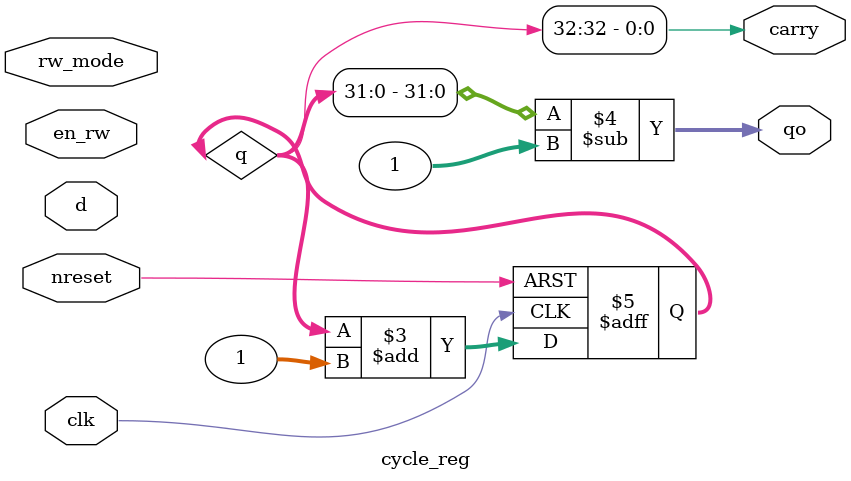
<source format=v>
module cycle_reg
(
 input[31:0] d,
 input clk,
 input nreset,
 input en_rw,
 input [1:0] rw_mode,
 output wire carry,
 output [31:0] qo
 );

	reg[32:0] q;
	assign carry = q[32];
 
	always @(posedge clk, negedge nreset) begin
		if (!nreset) begin
			q <= 1;
		end
		/*else if (rw_mode == 2'b01) begin
			q <= d;									// CSRRW
		end
		else if (rw_mode == 2'b10) begin
			q <= q | d;								// CSRRS
		end
		else if (rw_mode == 2'b11) begin
			q <= q & d;								// CSRRC
		end*/
		else begin
			q <= q + 1;
		end
	end

	assign qo = q[31:0] - 1;


endmodule
</source>
